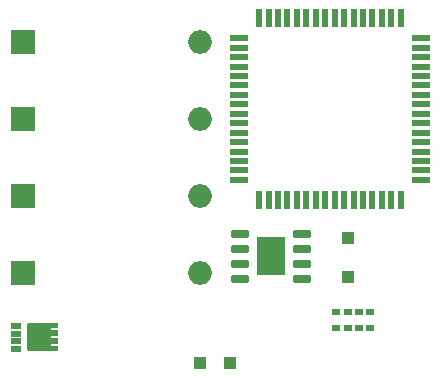
<source format=gbr>
%TF.GenerationSoftware,KiCad,Pcbnew,7.0.2*%
%TF.CreationDate,2023-06-25T00:33:43-03:00*%
%TF.ProjectId,Projeto final de EA075,50726f6a-6574-46f2-9066-696e616c2064,rev?*%
%TF.SameCoordinates,Original*%
%TF.FileFunction,Soldermask,Top*%
%TF.FilePolarity,Negative*%
%FSLAX46Y46*%
G04 Gerber Fmt 4.6, Leading zero omitted, Abs format (unit mm)*
G04 Created by KiCad (PCBNEW 7.0.2) date 2023-06-25 00:33:43*
%MOMM*%
%LPD*%
G01*
G04 APERTURE LIST*
G04 Aperture macros list*
%AMRoundRect*
0 Rectangle with rounded corners*
0 $1 Rounding radius*
0 $2 $3 $4 $5 $6 $7 $8 $9 X,Y pos of 4 corners*
0 Add a 4 corners polygon primitive as box body*
4,1,4,$2,$3,$4,$5,$6,$7,$8,$9,$2,$3,0*
0 Add four circle primitives for the rounded corners*
1,1,$1+$1,$2,$3*
1,1,$1+$1,$4,$5*
1,1,$1+$1,$6,$7*
1,1,$1+$1,$8,$9*
0 Add four rect primitives between the rounded corners*
20,1,$1+$1,$2,$3,$4,$5,0*
20,1,$1+$1,$4,$5,$6,$7,0*
20,1,$1+$1,$6,$7,$8,$9,0*
20,1,$1+$1,$8,$9,$2,$3,0*%
%AMFreePoly0*
4,1,43,1.580355,1.210355,1.595000,1.175000,1.595000,0.775000,1.580355,0.739645,1.545000,0.725000,0.975000,0.725000,0.975000,0.575000,1.545000,0.575000,1.580355,0.560355,1.595000,0.525000,1.595000,0.125000,1.580355,0.089645,1.545000,0.075000,0.975000,0.075000,0.975000,-0.075000,1.545000,-0.075000,1.580355,-0.089645,1.595000,-0.125000,1.595000,-0.525000,1.580355,-0.560355,
1.545000,-0.575000,0.975000,-0.575000,0.975000,-0.725000,1.545000,-0.725000,1.580355,-0.739645,1.595000,-0.775000,1.595000,-1.175000,1.580355,-1.210355,1.545000,-1.225000,0.925000,-1.225000,0.889645,-1.210355,0.875000,-1.175000,-0.925000,-1.175000,-0.960355,-1.160355,-0.975000,-1.125000,-0.975000,1.125000,-0.960355,1.160355,-0.925000,1.175000,0.875000,1.175000,0.889645,1.210355,
0.925000,1.225000,1.545000,1.225000,1.580355,1.210355,1.580355,1.210355,$1*%
G04 Aperture macros list end*
%ADD10R,2.400000X3.200000*%
%ADD11RoundRect,0.150000X-0.650000X-0.150000X0.650000X-0.150000X0.650000X0.150000X-0.650000X0.150000X0*%
%ADD12R,0.720000X0.600000*%
%ADD13R,1.500000X0.550000*%
%ADD14R,0.550000X1.500000*%
%ADD15RoundRect,0.050000X-0.415000X-0.200000X0.415000X-0.200000X0.415000X0.200000X-0.415000X0.200000X0*%
%ADD16FreePoly0,0.000000*%
%ADD17R,1.000000X1.000000*%
%ADD18R,2.000000X2.000000*%
%ADD19O,2.000000X2.000000*%
G04 APERTURE END LIST*
D10*
%TO.C,U3*%
X158400000Y-90000000D03*
D11*
X161050000Y-88095000D03*
X161050000Y-89365000D03*
X161050000Y-90635000D03*
X161050000Y-91905000D03*
X155750000Y-91905000D03*
X155750000Y-90635000D03*
X155750000Y-89365000D03*
X155750000Y-88095000D03*
%TD*%
D12*
%TO.C,U2*%
X163915000Y-94730000D03*
X164885000Y-94730000D03*
X165855000Y-94730000D03*
X166825000Y-94730000D03*
X166825000Y-96130000D03*
X165855000Y-96130000D03*
X164885000Y-96130000D03*
X163915000Y-96130000D03*
%TD*%
D13*
%TO.C,U1*%
X155700000Y-71550000D03*
X155700000Y-72350000D03*
X155700000Y-73150000D03*
X155700000Y-73950000D03*
X155700000Y-74750000D03*
X155700000Y-75550000D03*
X155700000Y-76350000D03*
X155700000Y-77150000D03*
X155700000Y-77950000D03*
X155700000Y-78750000D03*
X155700000Y-79550000D03*
X155700000Y-80350000D03*
X155700000Y-81150000D03*
X155700000Y-81950000D03*
X155700000Y-82750000D03*
X155700000Y-83550000D03*
D14*
X157400000Y-85250000D03*
X158200000Y-85250000D03*
X159000000Y-85250000D03*
X159800000Y-85250000D03*
X160600000Y-85250000D03*
X161400000Y-85250000D03*
X162200000Y-85250000D03*
X163000000Y-85250000D03*
X163800000Y-85250000D03*
X164600000Y-85250000D03*
X165400000Y-85250000D03*
X166200000Y-85250000D03*
X167000000Y-85250000D03*
X167800000Y-85250000D03*
X168600000Y-85250000D03*
X169400000Y-85250000D03*
D13*
X171100000Y-83550000D03*
X171100000Y-82750000D03*
X171100000Y-81950000D03*
X171100000Y-81150000D03*
X171100000Y-80350000D03*
X171100000Y-79550000D03*
X171100000Y-78750000D03*
X171100000Y-77950000D03*
X171100000Y-77150000D03*
X171100000Y-76350000D03*
X171100000Y-75550000D03*
X171100000Y-74750000D03*
X171100000Y-73950000D03*
X171100000Y-73150000D03*
X171100000Y-72350000D03*
X171100000Y-71550000D03*
D14*
X169400000Y-69850000D03*
X168600000Y-69850000D03*
X167800000Y-69850000D03*
X167000000Y-69850000D03*
X166200000Y-69850000D03*
X165400000Y-69850000D03*
X164600000Y-69850000D03*
X163800000Y-69850000D03*
X163000000Y-69850000D03*
X162200000Y-69850000D03*
X161400000Y-69850000D03*
X160600000Y-69850000D03*
X159800000Y-69850000D03*
X159000000Y-69850000D03*
X158200000Y-69850000D03*
X157400000Y-69850000D03*
%TD*%
D15*
%TO.C,Q1*%
X136815000Y-95915000D03*
X136815000Y-96565000D03*
X136815000Y-97215000D03*
X136815000Y-97865000D03*
D16*
X138755000Y-96890000D03*
%TD*%
D17*
%TO.C,J4*%
X152400000Y-99060000D03*
%TD*%
%TO.C,J3*%
X154940000Y-99060000D03*
%TD*%
%TO.C,J2*%
X164950000Y-91800000D03*
%TD*%
%TO.C,J1*%
X164950000Y-88450000D03*
%TD*%
D18*
%TO.C,C5*%
X137400000Y-91440000D03*
D19*
X152400000Y-91440000D03*
%TD*%
D18*
%TO.C,C4*%
X137400000Y-84905000D03*
D19*
X152400000Y-84905000D03*
%TD*%
D18*
%TO.C,C3*%
X137400000Y-78370000D03*
D19*
X152400000Y-78370000D03*
%TD*%
D18*
%TO.C,C1*%
X137400000Y-71835000D03*
D19*
X152400000Y-71835000D03*
%TD*%
M02*

</source>
